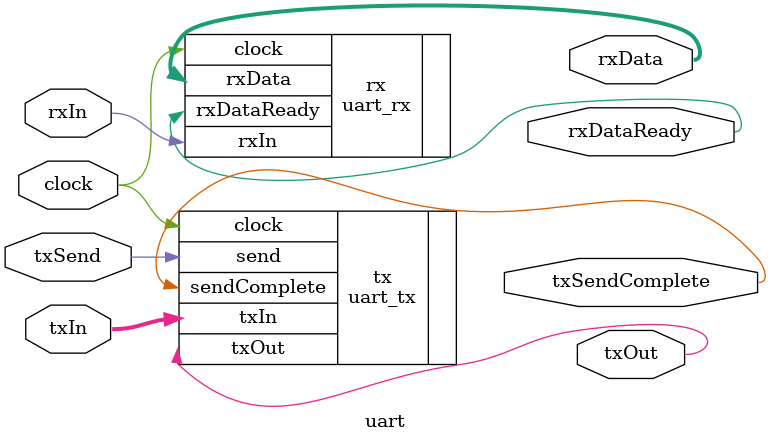
<source format=v>

module uart
#(
  parameter CLKS_PER_BIT = 139,
  parameter WORDBITS = 8,
  parameter STOPBITS = 1
)
(
  input       clock,
  input       rxIn,
  input [7:0] txIn,
  input       txSend,
  output      txSendComplete,

  output rxDataReady,
  output [7:0] rxData,
  output txOut
);

 //---------------------------------------------------------
  uart_tx #(
    .CLKS_PER_BIT(CLKS_PER_BIT),
    .WORDBITS(WORDBITS),
    .STOPBITS(STOPBITS)
    ) tx (
    .clock(clock),
    .txIn(txIn),
    .send(txSend),
    .txOut(txOut),
    .sendComplete(txSendComplete)  
    );

 //---------------------------------------------------------
  uart_rx #(
    .CLKS_PER_BIT(CLKS_PER_BIT),
    .WORDBITS(WORDBITS),
    .STOPBITS(STOPBITS)
    ) rx (
    .clock(clock),
    .rxIn(rxIn),
    .rxDataReady(rxDataReady),
    .rxData(rxData)
  );
 
endmodule

</source>
